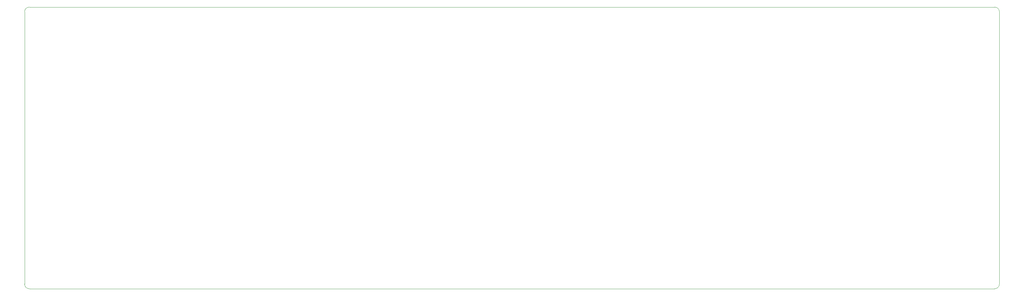
<source format=gbr>
%TF.GenerationSoftware,KiCad,Pcbnew,(6.0.7)*%
%TF.CreationDate,2022-10-27T18:43:28+02:00*%
%TF.ProjectId,skoosk,736b6f6f-736b-42e6-9b69-6361645f7063,rev?*%
%TF.SameCoordinates,Original*%
%TF.FileFunction,Profile,NP*%
%FSLAX46Y46*%
G04 Gerber Fmt 4.6, Leading zero omitted, Abs format (unit mm)*
G04 Created by KiCad (PCBNEW (6.0.7)) date 2022-10-27 18:43:28*
%MOMM*%
%LPD*%
G01*
G04 APERTURE LIST*
%TA.AperFunction,Profile*%
%ADD10C,0.100000*%
%TD*%
G04 APERTURE END LIST*
D10*
X7112000Y-12319000D02*
X7112000Y-86235446D01*
X8382000Y-11049000D02*
G75*
G03*
X7112000Y-12319000I0J-1270000D01*
G01*
X8382000Y-87505446D02*
X269806324Y-87503000D01*
X271076292Y-12314108D02*
G75*
G03*
X269806324Y-11044108I-1269992J8D01*
G01*
X269806324Y-11044108D02*
X8382000Y-11049000D01*
X271076324Y-86233000D02*
X271076324Y-12314108D01*
X269806324Y-87503024D02*
G75*
G03*
X271076324Y-86233000I-24J1270024D01*
G01*
X7111954Y-86235446D02*
G75*
G03*
X8382000Y-87505446I1270046J46D01*
G01*
M02*

</source>
